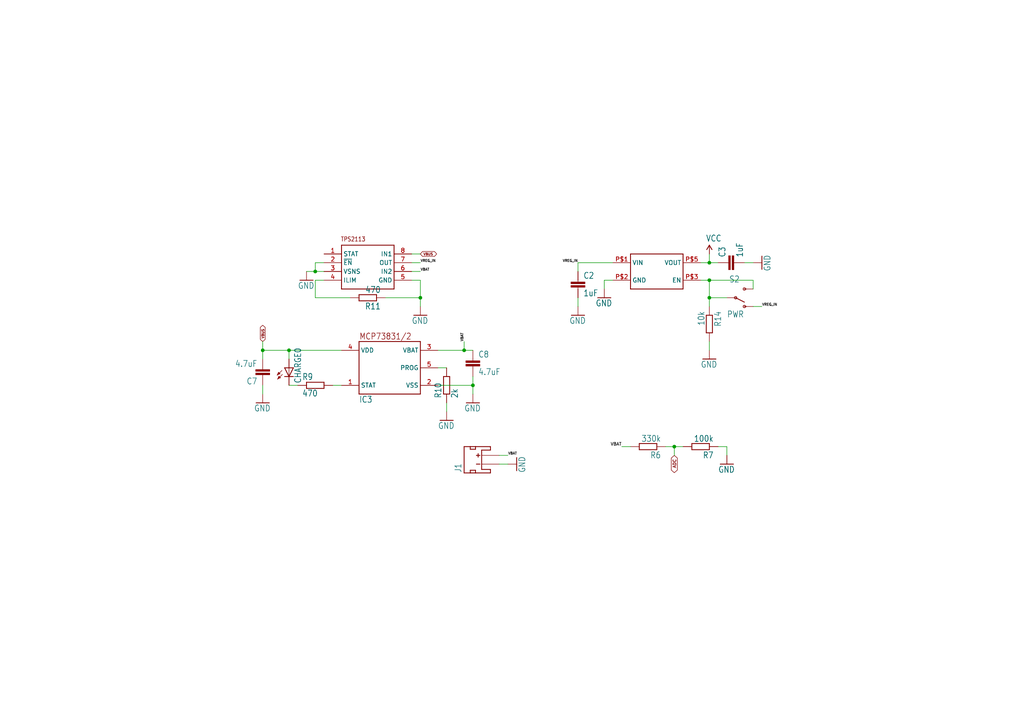
<source format=kicad_sch>
(kicad_sch (version 20231120) (generator "eeschema") (generator_version "8.0")
  (paper "A4")
  (lib_symbols
    (symbol "LAMEBOY-eagle-import:AP2112KAP2112K"
      (symbol "AP2112KAP2112K_1_0"
        (polyline (pts (xy -7.62 -5.08) (xy -7.62 5.08)) (stroke (width 0.254)))
        (polyline (pts (xy -7.62 5.08) (xy 7.62 5.08)) (stroke (width 0.254)))
        (polyline (pts (xy 7.62 -5.08) (xy -7.62 -5.08)) (stroke (width 0.254)))
        (polyline (pts (xy 7.62 5.08) (xy 7.62 -5.08)) (stroke (width 0.254)))
        (pin bidirectional line (at -12.7 2.54 0) (length 5.08) (name "VIN") (number "P$1"))
        (pin bidirectional line (at -12.7 -2.54 0) (length 5.08) (name "GND") (number "P$2"))
        (pin bidirectional line (at 12.7 -2.54 180) (length 5.08) (name "EN") (number "P$3"))
        (pin bidirectional line (at 12.7 2.54 180) (length 5.08) (name "VOUT") (number "P$5"))
      )
    )
    (symbol "LAMEBOY-eagle-import:C-EUC0805"
      (property "Reference" "C" (at 1.524 0.381 0))
      (symbol "C-EUC0805_1_0"
        (rectangle (start -2.032 -2.032) (end 2.032 -1.524) (fill (type outline)))
        (rectangle (start -2.032 -1.016) (end 2.032 -0.508) (fill (type outline)))
        (polyline (pts (xy 0 -2.54) (xy 0 -2.032)) (stroke (width 0.1524)))
        (polyline (pts (xy 0 0) (xy 0 -0.508)) (stroke (width 0.1524)))
        (pin passive line (at 0 2.54 270) (length 2.54) (name "1") (number "1"))
        (pin passive line (at 0 -5.08 90) (length 2.54) (name "2") (number "2"))
      )
    )
    (symbol "LAMEBOY-eagle-import:GND" (power)
      (symbol "GND_1_0"
        (polyline (pts (xy -1.905 0) (xy 1.905 0)) (stroke (width 0.254)))
        (pin power_in line (at 0 2.54 270) (length 2.54) (name "GND") (number "1"))
      )
    )
    (symbol "LAMEBOY-eagle-import:JST_2MM_MALE"
      (property "Reference" "J" (at -2.54 5.842 0))
      (symbol "JST_2MM_MALE_1_0"
        (polyline (pts (xy -2.54 -2.54) (xy -2.54 1.778)) (stroke (width 0.254)))
        (polyline (pts (xy -2.54 -2.54) (xy -1.524 -2.54)) (stroke (width 0.254)))
        (polyline (pts (xy -2.54 1.778) (xy -2.54 3.302)) (stroke (width 0.254)))
        (polyline (pts (xy -2.54 1.778) (xy -1.778 1.778)) (stroke (width 0.254)))
        (polyline (pts (xy -2.54 3.302) (xy -2.54 5.08)) (stroke (width 0.254)))
        (polyline (pts (xy -2.54 5.08) (xy 5.08 5.08)) (stroke (width 0.254)))
        (polyline (pts (xy -1.778 1.778) (xy -1.778 3.302)) (stroke (width 0.254)))
        (polyline (pts (xy -1.778 3.302) (xy -2.54 3.302)) (stroke (width 0.254)))
        (polyline (pts (xy -1.524 0) (xy -1.524 -2.54)) (stroke (width 0.254)))
        (polyline (pts (xy 0 0.508) (xy 0 1.524)) (stroke (width 0.254)))
        (polyline (pts (xy 2.032 1.016) (xy 3.048 1.016)) (stroke (width 0.254)))
        (polyline (pts (xy 2.54 0.508) (xy 2.54 1.524)) (stroke (width 0.254)))
        (polyline (pts (xy 4.064 -2.54) (xy 4.064 0)) (stroke (width 0.254)))
        (polyline (pts (xy 4.064 0) (xy -1.524 0)) (stroke (width 0.254)))
        (polyline (pts (xy 4.318 1.778) (xy 4.318 3.302)) (stroke (width 0.254)))
        (polyline (pts (xy 4.318 3.302) (xy 5.08 3.302)) (stroke (width 0.254)))
        (polyline (pts (xy 5.08 -2.54) (xy 4.064 -2.54)) (stroke (width 0.254)))
        (polyline (pts (xy 5.08 1.778) (xy 4.318 1.778)) (stroke (width 0.254)))
        (polyline (pts (xy 5.08 1.778) (xy 5.08 -2.54)) (stroke (width 0.254)))
        (polyline (pts (xy 5.08 3.302) (xy 5.08 1.778)) (stroke (width 0.254)))
        (polyline (pts (xy 5.08 5.08) (xy 5.08 3.302)) (stroke (width 0.254)))
        (pin bidirectional line (at 0 -5.08 90) (length 5.08) (name "-") (number "1"))
        (pin bidirectional line (at 2.54 -5.08 90) (length 5.08) (name "+") (number "2"))
        (pin bidirectional line (at -2.54 2.54 90) (length 0) (name "PAD1") (number "NC1"))
        (pin bidirectional line (at 5.08 2.54 90) (length 0) (name "PAD2") (number "NC2"))
      )
    )
    (symbol "LAMEBOY-eagle-import:LEDCHARLIE"
      (property "Reference" "LED" (at 3.556 -4.572 90))
      (symbol "LEDCHARLIE_1_0"
        (polyline (pts (xy -2.032 -0.762) (xy -3.429 -2.159)) (stroke (width 0.1524)))
        (polyline (pts (xy -1.905 -1.905) (xy -3.302 -3.302)) (stroke (width 0.1524)))
        (polyline (pts (xy 0 -2.54) (xy -1.27 -2.54)) (stroke (width 0.254)))
        (polyline (pts (xy 0 -2.54) (xy -1.27 0)) (stroke (width 0.254)))
        (polyline (pts (xy 0 0) (xy -1.27 0)) (stroke (width 0.254)))
        (polyline (pts (xy 0 0) (xy 0 -2.54)) (stroke (width 0.1524)))
        (polyline (pts (xy 1.27 -2.54) (xy 0 -2.54)) (stroke (width 0.254)))
        (polyline (pts (xy 1.27 0) (xy 0 -2.54)) (stroke (width 0.254)))
        (polyline (pts (xy 1.27 0) (xy 0 0)) (stroke (width 0.254)))
        (polyline (pts (xy -3.429 -2.159) (xy -3.048 -1.27) (xy -2.54 -1.778)) (stroke (width 0.1524)) (fill (type outline)))
        (polyline (pts (xy -3.302 -3.302) (xy -2.921 -2.413) (xy -2.413 -2.921)) (stroke (width 0.1524)) (fill (type outline)))
        (pin passive line (at 0 2.54 270) (length 2.54) (name "A") (number "A"))
        (pin passive line (at 0 -5.08 90) (length 2.54) (name "C") (number "C"))
      )
    )
    (symbol "LAMEBOY-eagle-import:MCP73831/OT"
      (property "Reference" "IC" (at -7.62 -10.16 0))
      (symbol "MCP73831/OT_1_0"
        (polyline (pts (xy -7.62 -7.62) (xy -7.62 7.62)) (stroke (width 0.254)))
        (polyline (pts (xy -7.62 7.62) (xy 10.16 7.62)) (stroke (width 0.254)))
        (polyline (pts (xy 10.16 -7.62) (xy -7.62 -7.62)) (stroke (width 0.254)))
        (polyline (pts (xy 10.16 7.62) (xy 10.16 -7.62)) (stroke (width 0.254)))
        (text "MCP73831/2" (at 7.62 10.16 0) (effects (font (size 1.778 1.5113)) (justify right top)))
        (pin output line (at -12.7 -5.08 0) (length 5.08) (name "STAT") (number "1"))
        (pin power_in line (at 15.24 -5.08 180) (length 5.08) (name "VSS") (number "2"))
        (pin bidirectional line (at 15.24 5.08 180) (length 5.08) (name "VBAT") (number "3"))
        (pin power_in line (at -12.7 5.08 0) (length 5.08) (name "VDD") (number "4"))
        (pin input line (at 15.24 0 180) (length 5.08) (name "PROG") (number "5"))
      )
    )
    (symbol "LAMEBOY-eagle-import:R-EU_R0603"
      (property "Reference" "R" (at -3.81 1.4986 0))
      (symbol "R-EU_R0603_1_0"
        (polyline (pts (xy -2.54 -0.889) (xy -2.54 0.889)) (stroke (width 0.254)))
        (polyline (pts (xy -2.54 -0.889) (xy 2.54 -0.889)) (stroke (width 0.254)))
        (polyline (pts (xy 2.54 -0.889) (xy 2.54 0.889)) (stroke (width 0.254)))
        (polyline (pts (xy 2.54 0.889) (xy -2.54 0.889)) (stroke (width 0.254)))
        (pin passive line (at -5.08 0 0) (length 2.54) (name "1") (number "1"))
        (pin passive line (at 5.08 0 180) (length 2.54) (name "2") (number "2"))
      )
    )
    (symbol "LAMEBOY-eagle-import:SWITCH-SPDT-SMD-A"
      (property "Reference" "S" (at -1.905 -6.35 0))
      (symbol "SWITCH-SPDT-SMD-A_1_0"
        (polyline (pts (xy 0 0) (xy 2.54 1.27)) (stroke (width 0.254)))
        (polyline (pts (xy 2.54 -2.54) (xy 3.175 -2.54)) (stroke (width 0.127)))
        (polyline (pts (xy 2.54 2.54) (xy 3.175 2.54)) (stroke (width 0.1524)))
        (circle (center 0 0) (radius 0.3592) (stroke (width 0.2032)))
        (circle (center 2.54 -2.54) (radius 0.3592) (stroke (width 0.2032)))
        (circle (center 2.54 2.54) (radius 0.3592) (stroke (width 0.2032)))
        (pin passive line (at 5.08 2.54 180) (length 2.54) (name "O") (number "1"))
        (pin passive line (at -2.54 0 0) (length 2.54) (name "P") (number "2"))
        (pin passive line (at 5.08 -2.54 180) (length 2.54) (name "S") (number "3"))
      )
    )
    (symbol "LAMEBOY-eagle-import:TPS2113-PW"
      (symbol "TPS2113-PW_1_0"
        (polyline (pts (xy -10.16 -7.62) (xy -10.16 5.08)) (stroke (width 0.254)))
        (polyline (pts (xy -10.16 5.08) (xy 5.08 5.08)) (stroke (width 0.254)))
        (polyline (pts (xy 5.08 -7.62) (xy -10.16 -7.62)) (stroke (width 0.254)))
        (polyline (pts (xy 5.08 5.08) (xy 5.08 -7.62)) (stroke (width 0.254)))
        (text "TPS2113" (at -10.414 6.096 0) (effects (font (size 1.27 1.0795)) (justify left bottom)))
        (pin bidirectional line (at -15.24 2.54 0) (length 5.08) (name "STAT") (number "1"))
        (pin bidirectional line (at -15.24 0 0) (length 5.08) (name "~{EN}") (number "2"))
        (pin bidirectional line (at -15.24 -2.54 0) (length 5.08) (name "VSNS") (number "3"))
        (pin bidirectional line (at -15.24 -5.08 0) (length 5.08) (name "ILIM") (number "4"))
        (pin bidirectional line (at 10.16 -5.08 180) (length 5.08) (name "GND") (number "5"))
        (pin bidirectional line (at 10.16 -2.54 180) (length 5.08) (name "IN2") (number "6"))
        (pin bidirectional line (at 10.16 0 180) (length 5.08) (name "OUT") (number "7"))
        (pin bidirectional line (at 10.16 2.54 180) (length 5.08) (name "IN1") (number "8"))
      )
    )
    (symbol "LAMEBOY-eagle-import:VCC" (power)
      (symbol "VCC_1_0"
        (polyline (pts (xy 0 2.54) (xy -0.762 1.27)) (stroke (width 0.254)))
        (polyline (pts (xy 0.762 1.27) (xy 0 2.54)) (stroke (width 0.254)))
        (pin power_in line (at 0 0 90) (length 2.54) (name "VCC") (number "1"))
      )
    )
  )
  (junction (at 91.44 78.74))
  (junction (at 205.74 76.2))
  (junction (at 205.74 81.28))
  (junction (at 76.2 101.6))
  (junction (at 83.82 101.6))
  (junction (at 137.16 111.76))
  (junction (at 121.92 86.36))
  (junction (at 195.58 129.54))
  (junction (at 205.74 86.36))
  (junction (at 134.62 101.6))
  (wire (pts (xy 215.9 76.2) (xy 218.44 76.2)) (stroke (width 0.1524)))
  (wire (pts (xy 119.38 78.74) (xy 121.92 78.74)) (stroke (width 0.1524)))
  (wire (pts (xy 91.44 81.28) (xy 93.98 81.28)) (stroke (width 0.1524)))
  (wire (pts (xy 203.2 81.28) (xy 205.74 81.28)) (stroke (width 0.1524)))
  (wire (pts (xy 195.58 129.54) (xy 198.12 129.54)) (stroke (width 0.1524)))
  (wire (pts (xy 91.44 76.2) (xy 91.44 78.74)) (stroke (width 0.1524)))
  (wire (pts (xy 193.04 129.54) (xy 195.58 129.54)) (stroke (width 0.1524)))
  (wire (pts (xy 203.2 76.2) (xy 205.74 76.2)) (stroke (width 0.1524)))
  (wire (pts (xy 177.8 81.28) (xy 175.26 81.28)) (stroke (width 0.1524)))
  (wire (pts (xy 121.92 81.28) (xy 121.92 86.36)) (stroke (width 0.1524)))
  (wire (pts (xy 137.16 111.76) (xy 137.16 114.3)) (stroke (width 0.1524)))
  (wire (pts (xy 205.74 76.2) (xy 208.28 76.2)) (stroke (width 0.1524)))
  (wire (pts (xy 91.44 86.36) (xy 91.44 81.28)) (stroke (width 0.1524)))
  (wire (pts (xy 205.74 81.28) (xy 205.74 86.36)) (stroke (width 0.1524)))
  (wire (pts (xy 119.38 81.28) (xy 121.92 81.28)) (stroke (width 0.1524)))
  (wire (pts (xy 205.74 76.2) (xy 205.74 73.66)) (stroke (width 0.1524)))
  (wire (pts (xy 134.62 101.6) (xy 134.62 99.06)) (stroke (width 0.1524)))
  (wire (pts (xy 119.38 76.2) (xy 121.92 76.2)) (stroke (width 0.1524)))
  (wire (pts (xy 167.64 76.2) (xy 177.8 76.2)) (stroke (width 0.1524)))
  (wire (pts (xy 175.26 81.28) (xy 175.26 83.82)) (stroke (width 0.1524)))
  (wire (pts (xy 218.44 83.82) (xy 218.44 81.28)) (stroke (width 0.1524)))
  (wire (pts (xy 147.32 132.08) (xy 144.78 132.08)) (stroke (width 0.1524)))
  (wire (pts (xy 76.2 101.6) (xy 76.2 104.14)) (stroke (width 0.1524)))
  (wire (pts (xy 83.82 101.6) (xy 76.2 101.6)) (stroke (width 0.1524)))
  (wire (pts (xy 195.58 129.54) (xy 195.58 132.08)) (stroke (width 0.1524)))
  (wire (pts (xy 208.28 129.54) (xy 210.82 129.54)) (stroke (width 0.1524)))
  (wire (pts (xy 134.62 101.6) (xy 137.16 101.6)) (stroke (width 0.1524)))
  (wire (pts (xy 91.44 78.74) (xy 88.9 78.74)) (stroke (width 0.1524)))
  (wire (pts (xy 101.6 86.36) (xy 91.44 86.36)) (stroke (width 0.1524)))
  (wire (pts (xy 111.76 86.36) (xy 121.92 86.36)) (stroke (width 0.1524)))
  (wire (pts (xy 83.82 101.6) (xy 99.06 101.6)) (stroke (width 0.1524)))
  (wire (pts (xy 86.36 111.76) (xy 83.82 111.76)) (stroke (width 0.1524)))
  (wire (pts (xy 167.64 76.2) (xy 167.64 78.74)) (stroke (width 0.1524)))
  (wire (pts (xy 218.44 88.9) (xy 220.98 88.9)) (stroke (width 0.1524)))
  (wire (pts (xy 93.98 78.74) (xy 91.44 78.74)) (stroke (width 0.1524)))
  (wire (pts (xy 167.64 88.9) (xy 167.64 86.36)) (stroke (width 0.1524)))
  (wire (pts (xy 205.74 99.06) (xy 205.74 101.6)) (stroke (width 0.1524)))
  (wire (pts (xy 218.44 81.28) (xy 205.74 81.28)) (stroke (width 0.1524)))
  (wire (pts (xy 121.92 86.36) (xy 121.92 88.9)) (stroke (width 0.1524)))
  (wire (pts (xy 76.2 101.6) (xy 76.2 99.06)) (stroke (width 0.1524)))
  (wire (pts (xy 205.74 86.36) (xy 205.74 88.9)) (stroke (width 0.1524)))
  (wire (pts (xy 182.88 129.54) (xy 180.34 129.54)) (stroke (width 0.1524)))
  (wire (pts (xy 99.06 111.76) (xy 96.52 111.76)) (stroke (width 0.1524)))
  (wire (pts (xy 129.54 119.38) (xy 129.54 116.84)) (stroke (width 0.1524)))
  (wire (pts (xy 93.98 76.2) (xy 91.44 76.2)) (stroke (width 0.1524)))
  (wire (pts (xy 119.38 73.66) (xy 121.92 73.66)) (stroke (width 0.1524)))
  (wire (pts (xy 127 101.6) (xy 134.62 101.6)) (stroke (width 0.1524)))
  (wire (pts (xy 205.74 86.36) (xy 210.82 86.36)) (stroke (width 0.1524)))
  (wire (pts (xy 144.78 134.62) (xy 147.32 134.62)) (stroke (width 0.1524)))
  (wire (pts (xy 137.16 111.76) (xy 137.16 109.22)) (stroke (width 0.1524)))
  (wire (pts (xy 83.82 104.14) (xy 83.82 101.6)) (stroke (width 0.1524)))
  (wire (pts (xy 127 106.68) (xy 129.54 106.68)) (stroke (width 0.1524)))
  (wire (pts (xy 127 111.76) (xy 137.16 111.76)) (stroke (width 0.1524)))
  (wire (pts (xy 210.82 132.08) (xy 210.82 129.54)) (stroke (width 0.1524)))
  (wire (pts (xy 76.2 114.3) (xy 76.2 111.76)) (stroke (width 0.1524)))
  (label "VREG_IN" (at 220.98 88.9 0) (effects (font (size 0.7112 0.7112))))
  (label "VBAT" (at 134.62 99.06 90) (effects (font (size 0.7112 0.7112))))
  (label "VBAT" (at 147.32 132.08 0) (effects (font (size 0.7112 0.7112))))
  (label "VREG_IN" (at 121.92 76.2 0) (effects (font (size 0.7112 0.7112))))
  (label "VBAT" (at 180.34 129.54 180) (effects (font (size 0.889 0.889))))
  (label "VREG_IN" (at 167.64 76.2 180) (effects (font (size 0.7112 0.7112))))
  (label "VBAT" (at 121.92 78.74 0) (effects (font (size 0.7112 0.7112))))
  (global_label "VBUS" (shape bidirectional) (at 121.92 73.66 0) (effects (font (size 0.7112 0.7112))) (property "Intersheetrefs" "${INTERSHEET_REFS}" (effects (hide yes))))
  (global_label "ADC" (shape bidirectional) (at 195.58 132.08 270) (effects (font (size 0.889 0.889))) (property "Intersheetrefs" "${INTERSHEET_REFS}" (effects (hide yes))))
  (global_label "VBUS" (shape bidirectional) (at 76.2 99.06 90) (effects (font (size 0.7112 0.7112))) (property "Intersheetrefs" "${INTERSHEET_REFS}" (effects (hide yes))))
  (symbol (lib_id "LAMEBOY-eagle-import:R-EU_R0603") (at 91.44 111.76 0) (unit 1)
    (property "Reference" "R9" (at 87.63 110.2614 0) (effects (font (size 1.778 1.5113)) (justify left bottom)))
    (property "Value" "470" (at 87.63 115.062 0) (effects (font (size 1.778 1.5113)) (justify left bottom)))
    (property "Footprint" "LAMEBOY:R0603" (effects (hide yes)))
  )
  (symbol (lib_id "LAMEBOY-eagle-import:SWITCH-SPDT-SMD-A") (at 213.36 86.36 0) (mirror x) (unit 1)
    (property "Reference" "S2" (at 211.455 80.01 0) (effects (font (size 1.778 1.5113)) (justify left bottom)))
    (property "Value" "PWR" (at 210.82 90.17 0) (effects (font (size 1.778 1.5113)) (justify left bottom)))
    (property "Footprint" "LAMEBOY:SWITCH-SPST-SMD-A" (effects (hide yes)))
  )
  (symbol (lib_id "LAMEBOY-eagle-import:GND") (at 121.92 91.44 0) (unit 1)
    (property "Reference" "#GND21" (effects (hide yes)))
    (property "Value" "GND" (at 119.38 93.98 0) (effects (font (size 1.778 1.5113)) (justify left bottom)))
  )
  (symbol (lib_id "LAMEBOY-eagle-import:GND") (at 205.74 104.14 0) (unit 1)
    (property "Reference" "#GND39" (effects (hide yes)))
    (property "Value" "GND" (at 203.2 106.68 0) (effects (font (size 1.778 1.5113)) (justify left bottom)))
  )
  (symbol (lib_id "LAMEBOY-eagle-import:R-EU_R0603") (at 205.74 93.98 270) (unit 1)
    (property "Reference" "R14" (at 207.2386 90.17 0) (effects (font (size 1.778 1.5113)) (justify left bottom)))
    (property "Value" "10k" (at 202.438 90.17 0) (effects (font (size 1.778 1.5113)) (justify left bottom)))
    (property "Footprint" "LAMEBOY:R0603" (effects (hide yes)))
  )
  (symbol (lib_id "LAMEBOY-eagle-import:GND") (at 137.16 116.84 0) (unit 1)
    (property "Reference" "#GND18" (effects (hide yes)))
    (property "Value" "GND" (at 134.62 119.38 0) (effects (font (size 1.778 1.5113)) (justify left bottom)))
  )
  (symbol (lib_id "LAMEBOY-eagle-import:GND") (at 220.98 76.2 90) (unit 1)
    (property "Reference" "#GND3" (effects (hide yes)))
    (property "Value" "GND" (at 223.52 78.74 0) (effects (font (size 1.778 1.5113)) (justify left bottom)))
  )
  (symbol (lib_id "LAMEBOY-eagle-import:R-EU_R0603") (at 203.2 129.54 180) (unit 1)
    (property "Reference" "R7" (at 207.01 131.0386 0) (effects (font (size 1.778 1.5113)) (justify left bottom)))
    (property "Value" "100k" (at 207.01 126.238 0) (effects (font (size 1.778 1.5113)) (justify left bottom)))
    (property "Footprint" "LAMEBOY:R0603" (effects (hide yes)))
  )
  (symbol (lib_id "LAMEBOY-eagle-import:R-EU_R0603") (at 129.54 111.76 90) (unit 1)
    (property "Reference" "R10" (at 128.0414 115.57 0) (effects (font (size 1.778 1.5113)) (justify left bottom)))
    (property "Value" "2k" (at 132.842 115.57 0) (effects (font (size 1.778 1.5113)) (justify left bottom)))
    (property "Footprint" "LAMEBOY:R0603" (effects (hide yes)))
  )
  (symbol (lib_id "LAMEBOY-eagle-import:GND") (at 210.82 134.62 0) (unit 1)
    (property "Reference" "#GND15" (effects (hide yes)))
    (property "Value" "GND" (at 208.28 137.16 0) (effects (font (size 1.778 1.5113)) (justify left bottom)))
  )
  (symbol (lib_id "LAMEBOY-eagle-import:C-EUC0805") (at 76.2 109.22 180) (unit 1)
    (property "Reference" "C7" (at 74.676 109.601 0) (effects (font (size 1.778 1.5113)) (justify left bottom)))
    (property "Value" "4.7uF" (at 74.676 104.521 0) (effects (font (size 1.778 1.5113)) (justify left bottom)))
    (property "Footprint" "LAMEBOY:C0805" (effects (hide yes)))
  )
  (symbol (lib_id "LAMEBOY-eagle-import:GND") (at 167.64 91.44 0) (unit 1)
    (property "Reference" "#GND35" (effects (hide yes)))
    (property "Value" "GND" (at 165.1 93.98 0) (effects (font (size 1.778 1.5113)) (justify left bottom)))
  )
  (symbol (lib_id "LAMEBOY-eagle-import:C-EUC0805") (at 210.82 76.2 90) (unit 1)
    (property "Reference" "C3" (at 210.439 74.676 0) (effects (font (size 1.778 1.5113)) (justify left bottom)))
    (property "Value" "1uF" (at 215.519 74.676 0) (effects (font (size 1.778 1.5113)) (justify left bottom)))
    (property "Footprint" "LAMEBOY:C0805" (effects (hide yes)))
  )
  (symbol (lib_id "LAMEBOY-eagle-import:GND") (at 76.2 116.84 0) (unit 1)
    (property "Reference" "#GND19" (effects (hide yes)))
    (property "Value" "GND" (at 73.66 119.38 0) (effects (font (size 1.778 1.5113)) (justify left bottom)))
  )
  (symbol (lib_id "LAMEBOY-eagle-import:VCC") (at 205.74 73.66 0) (unit 1)
    (property "Reference" "#SUPPLY14" (effects (hide yes)))
    (property "Value" "VCC" (at 204.724 70.104 0) (effects (font (size 1.778 1.5113)) (justify left bottom)))
  )
  (symbol (lib_id "LAMEBOY-eagle-import:GND") (at 149.86 134.62 90) (unit 1)
    (property "Reference" "#GND13" (effects (hide yes)))
    (property "Value" "GND" (at 152.4 137.16 0) (effects (font (size 1.778 1.5113)) (justify left bottom)))
  )
  (symbol (lib_id "LAMEBOY-eagle-import:C-EUC0805") (at 167.64 81.28 0) (unit 1)
    (property "Reference" "C2" (at 169.164 80.899 0) (effects (font (size 1.778 1.5113)) (justify left bottom)))
    (property "Value" "1uF" (at 169.164 85.979 0) (effects (font (size 1.778 1.5113)) (justify left bottom)))
    (property "Footprint" "LAMEBOY:C0805" (effects (hide yes)))
  )
  (symbol (lib_id "LAMEBOY-eagle-import:AP2112KAP2112K") (at 190.5 78.74 0) (unit 1)
    (property "Reference" "U$9" (effects (hide yes)))
    (property "Value" "AP2112KAP2112K" (effects (hide yes)))
    (property "Footprint" "LAMEBOY:AP2112" (effects (hide yes)))
  )
  (symbol (lib_id "LAMEBOY-eagle-import:GND") (at 175.26 86.36 0) (unit 1)
    (property "Reference" "#GND34" (effects (hide yes)))
    (property "Value" "GND" (at 172.72 88.9 0) (effects (font (size 1.778 1.5113)) (justify left bottom)))
  )
  (symbol (lib_id "LAMEBOY-eagle-import:C-EUC0805") (at 137.16 104.14 0) (unit 1)
    (property "Reference" "C8" (at 138.684 103.759 0) (effects (font (size 1.778 1.5113)) (justify left bottom)))
    (property "Value" "4.7uF" (at 138.684 108.839 0) (effects (font (size 1.778 1.5113)) (justify left bottom)))
    (property "Footprint" "LAMEBOY:C0805" (effects (hide yes)))
  )
  (symbol (lib_id "LAMEBOY-eagle-import:R-EU_R0603") (at 187.96 129.54 180) (unit 1)
    (property "Reference" "R6" (at 191.77 131.0386 0) (effects (font (size 1.778 1.5113)) (justify left bottom)))
    (property "Value" "330k" (at 191.77 126.238 0) (effects (font (size 1.778 1.5113)) (justify left bottom)))
    (property "Footprint" "LAMEBOY:R0603" (effects (hide yes)))
  )
  (symbol (lib_id "LAMEBOY-eagle-import:GND") (at 129.54 121.92 0) (unit 1)
    (property "Reference" "#GND20" (effects (hide yes)))
    (property "Value" "GND" (at 127 124.46 0) (effects (font (size 1.778 1.5113)) (justify left bottom)))
  )
  (symbol (lib_id "LAMEBOY-eagle-import:R-EU_R0603") (at 106.68 86.36 180) (unit 1)
    (property "Reference" "R11" (at 110.49 87.8586 0) (effects (font (size 1.778 1.5113)) (justify left bottom)))
    (property "Value" "470" (at 110.49 83.058 0) (effects (font (size 1.778 1.5113)) (justify left bottom)))
    (property "Footprint" "LAMEBOY:R0603" (effects (hide yes)))
  )
  (symbol (lib_id "LAMEBOY-eagle-import:MCP73831/OT") (at 111.76 106.68 0) (unit 1)
    (property "Reference" "IC3" (at 104.14 116.84 0) (effects (font (size 1.778 1.5113)) (justify left bottom)))
    (property "Value" "MCP73831" (effects (hide yes)))
    (property "Footprint" "LAMEBOY:SOT23-5L" (effects (hide yes)))
  )
  (symbol (lib_id "LAMEBOY-eagle-import:TPS2113-PW") (at 109.22 76.2 0) (unit 1)
    (property "Reference" "U$4" (effects (hide yes)))
    (property "Value" "TPS2113-PW" (effects (hide yes)))
    (property "Footprint" "LAMEBOY:TEXAS-PW" (effects (hide yes)))
  )
  (symbol (lib_id "LAMEBOY-eagle-import:GND") (at 88.9 81.28 0) (unit 1)
    (property "Reference" "#GND22" (effects (hide yes)))
    (property "Value" "GND" (at 86.36 83.82 0) (effects (font (size 1.778 1.5113)) (justify left bottom)))
  )
  (symbol (lib_id "LAMEBOY-eagle-import:JST_2MM_MALE") (at 139.7 134.62 90) (unit 1)
    (property "Reference" "J1" (at 133.858 137.16 0) (effects (font (size 1.778 1.5113)) (justify left bottom)))
    (property "Value" "JST_2MM_MALE" (effects (hide yes)))
    (property "Footprint" "LAMEBOY:JST-2-SMD" (effects (hide yes)))
  )
  (symbol (lib_id "LAMEBOY-eagle-import:LEDCHARLIE") (at 83.82 106.68 0) (unit 1)
    (property "Reference" "CHARGE0" (at 87.376 111.252 90) (effects (font (size 1.778 1.5113)) (justify left bottom)))
    (property "Value" "LEDCHARLIE" (effects (hide yes)))
    (property "Footprint" "LAMEBOY:CHIPLED_0603_CHARLIE" (effects (hide yes)))
  )
)
</source>
